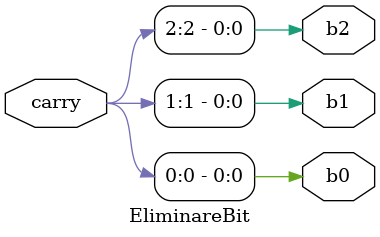
<source format=v>
`timescale 1ns / 1ps


module EliminareBit(
    carry, b0, b1, b2
    );
    
    input[3:0] carry;
    output b0, b1, b2;
    
    assign b0 = carry[0];
    assign b1 = carry[1];
    assign b2 = carry[2];
endmodule

</source>
